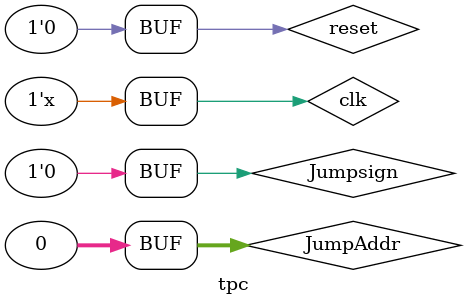
<source format=v>
`timescale 1ns / 1ps


module tpc;

	// Inputs
	reg clk;
	reg reset;
	reg Jumpsign;
	reg [31:0] JumpAddr;

	// Outputs
	wire [31:0] PC;

	// Instantiate the Unit Under Test (UUT)
	PC uut (
		.clk(clk), 
		.reset(reset), 
		.Jumpsign(Jumpsign), 
		.JumpAddr(JumpAddr), 
		.PC(PC)
	);

	initial begin
		// Initialize Inputs
		clk = 0;
		reset = 0;
		Jumpsign = 0;
		JumpAddr = 0;

		// Wait 100 ns for global reset to finish
		#100;
        
		// Add stimulus here

	end
 always #1 clk = ~clk;
      
endmodule


</source>
